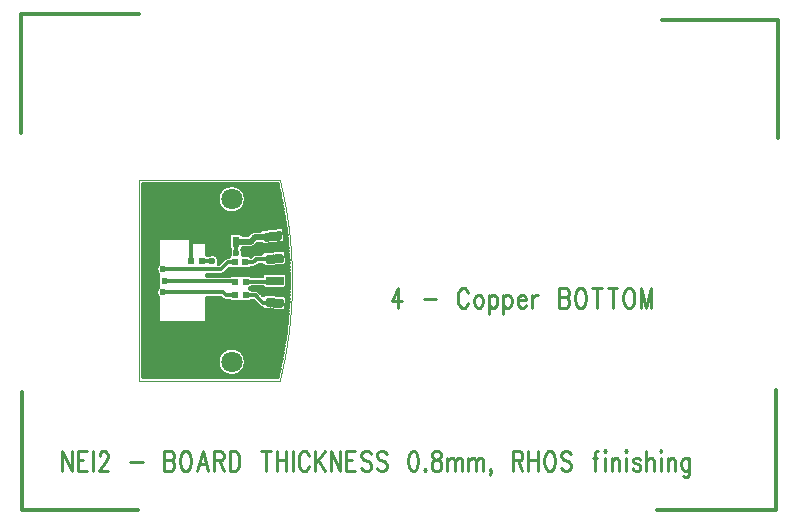
<source format=gbr>
*
*
G04 PADS 9.3 Build Number: 433611 generated Gerber (RS-274-X) file*
G04 PC Version=2.1*
*
%IN "NEI2_2.pcb"*%
*
%MOIN*%
*
%FSLAX35Y35*%
*
*
*
*
G04 PC Standard Apertures*
*
*
G04 Thermal Relief Aperture macro.*
%AMTER*
1,1,$1,0,0*
1,0,$1-$2,0,0*
21,0,$3,$4,0,0,45*
21,0,$3,$4,0,0,135*
%
*
*
G04 Annular Aperture macro.*
%AMANN*
1,1,$1,0,0*
1,0,$2,0,0*
%
*
*
G04 Odd Aperture macro.*
%AMODD*
1,1,$1,0,0*
1,0,$1-0.005,0,0*
%
*
*
G04 PC Custom Aperture Macros*
*
*
*
*
*
*
G04 PC Aperture Table*
*
%ADD010C,0.00394*%
%ADD016C,0.01*%
%ADD019R,0.06X0.03*%
%ADD028C,0.001*%
%ADD037C,0.01181*%
%ADD045C,0.012*%
%ADD046C,0.01969*%
%ADD047C,0.02362*%
%ADD061C,0.07087*%
%ADD062R,0.02165X0.02165*%
%ADD065R,0.024X0.035*%
*
*
*
*
G04 PC Circuitry*
G04 Layer Name NEI2_2.pcb - circuitry*
%LPD*%
*
*
G04 PC Custom Flashes*
G04 Layer Name NEI2_2.pcb - flashes*
%LPD*%
*
*
G04 PC Circuitry*
G04 Layer Name NEI2_2.pcb - circuitry*
%LPD*%
*
G54D10*
G01X40157Y110433D02*
X87125D01*
X87111Y43450D02*
G75*
G03Y110487I-135443J33519D01*
G01X87125Y43504D02*
X40157D01*
Y110433*
G54D16*
X82598Y83257D02*
X87591Y83518D01*
X87486Y85516*
X82493Y85254*
X82598Y83257*
X82560Y83969D02*
X87567D01*
X82508Y84969D02*
X87515D01*
X82504Y85047D02*
Y85255D01*
X83504Y83304D02*
Y85307D01*
X84504Y83357D02*
Y85359D01*
X85504Y83409D02*
Y85412D01*
X86504Y83461D02*
Y85464D01*
X87504Y83514D02*
Y85178D01*
X82493Y68683D02*
X87486Y68421D01*
X87591Y70419*
X82598Y70680*
X82493Y68683*
X87486Y68421D02*
X87486D01*
X82532Y69421D02*
X87539D01*
X82584Y70421D02*
X87539D01*
X82504Y68682D02*
Y68890D01*
X83504Y68630D02*
Y70633D01*
X84504Y68578D02*
Y70580D01*
X85504Y68525D02*
Y70528D01*
X86504Y68473D02*
Y70476D01*
X87504Y68759D02*
Y70423D01*
X81869Y61420D02*
X86842Y60898D01*
X87051Y62887*
X82078Y63409*
X81869Y61420*
X86842Y60898D02*
X86842D01*
X81919Y61898D02*
X86947D01*
X82024Y62898D02*
X86946D01*
X82504Y61354D02*
Y63365D01*
X83504Y61248D02*
Y63259D01*
X84504Y61143D02*
Y63154D01*
X85504Y61038D02*
Y63049D01*
X86504Y60933D02*
Y62944D01*
X82078Y90528D02*
X87051Y91050D01*
X86842Y93039*
X81869Y92517*
X82078Y90528*
X82032Y90969D02*
X86272D01*
X81927Y91969D02*
X86954D01*
X86167Y92969D02*
X86849D01*
X82504Y90572D02*
Y92584D01*
X83504Y90678D02*
Y92689D01*
X84504Y90783D02*
Y92794D01*
X85504Y90888D02*
Y92899D01*
X86504Y90993D02*
Y93004D01*
X126485Y74476D02*
X124213Y70101D01*
X127622*
X126485Y74476D02*
Y67913D01*
X134894Y70726D02*
X138985D01*
X149667Y72913D02*
X149440Y73538D01*
X148985Y74163*
X148531Y74476*
X147622*
X147167Y74163*
X146713Y73538*
X146485Y72913*
X146258Y71976*
Y70413*
X146485Y69476*
X146713Y68851*
X147167Y68226*
X147622Y67913*
X148531*
X148985Y68226*
X149440Y68851*
X149667Y69476*
X152849Y72288D02*
X152394Y71976D01*
X151940Y71351*
X151713Y70413*
Y69788*
X151940Y68851*
X152394Y68226*
X152849Y67913*
X153531*
X153985Y68226*
X154440Y68851*
X154667Y69788*
Y70413*
X154440Y71351*
X153985Y71976*
X153531Y72288*
X152849*
X156713D02*
Y65726D01*
Y71351D02*
X157167Y71976D01*
X157622Y72288*
X158304*
X158758Y71976*
X159213Y71351*
X159440Y70413*
Y69788*
X159213Y68851*
X158758Y68226*
X158304Y67913*
X157622*
X157167Y68226*
X156713Y68851*
X161485Y72288D02*
Y65726D01*
Y71351D02*
X161940Y71976D01*
X162394Y72288*
X163076*
X163531Y71976*
X163985Y71351*
X164213Y70413*
Y69788*
X163985Y68851*
X163531Y68226*
X163076Y67913*
X162394*
X161940Y68226*
X161485Y68851*
X166258Y70413D02*
X168985D01*
Y71038*
X168758Y71663*
X168531Y71976*
X168076Y72288*
X167394*
X166940Y71976*
X166485Y71351*
X166258Y70413*
Y69788*
X166485Y68851*
X166940Y68226*
X167394Y67913*
X168076*
X168531Y68226*
X168985Y68851*
X171031Y72288D02*
Y67913D01*
Y70413D02*
X171258Y71351D01*
X171713Y71976*
X172167Y72288*
X172849*
X180122Y74476D02*
Y67913D01*
Y74476D02*
X182167D01*
X182849Y74163*
X183076Y73851*
X183304Y73226*
Y72601*
X183076Y71976*
X182849Y71663*
X182167Y71351*
X180122D02*
X182167D01*
X182849Y71038*
X183076Y70726*
X183304Y70101*
Y69163*
X183076Y68538*
X182849Y68226*
X182167Y67913*
X180122*
X186713Y74476D02*
X186258Y74163D01*
X185804Y73538*
X185576Y72913*
X185349Y71976*
Y70413*
X185576Y69476*
X185804Y68851*
X186258Y68226*
X186713Y67913*
X187622*
X188076Y68226*
X188531Y68851*
X188758Y69476*
X188985Y70413*
Y71976*
X188758Y72913*
X188531Y73538*
X188076Y74163*
X187622Y74476*
X186713*
X192622D02*
Y67913D01*
X191031Y74476D02*
X194213D01*
X197849D02*
Y67913D01*
X196258Y74476D02*
X199440D01*
X202849D02*
X202394Y74163D01*
X201940Y73538*
X201713Y72913*
X201485Y71976*
Y70413*
X201713Y69476*
X201940Y68851*
X202394Y68226*
X202849Y67913*
X203758*
X204213Y68226*
X204667Y68851*
X204894Y69476*
X205122Y70413*
Y71976*
X204894Y72913*
X204667Y73538*
X204213Y74163*
X203758Y74476*
X202849*
X207167D02*
Y67913D01*
Y74476D02*
X208985Y67913D01*
X210804Y74476D02*
X208985Y67913D01*
X210804Y74476D02*
Y67913D01*
X14370Y20145D02*
Y13583D01*
Y20145D02*
X17552Y13583D01*
Y20145D02*
Y13583D01*
X19597Y20145D02*
Y13583D01*
Y20145D02*
X22552D01*
X19597Y17020D02*
X21416D01*
X19597Y13583D02*
X22552D01*
X24597Y20145D02*
Y13583D01*
X26870Y18583D02*
Y18895D01*
X27097Y19520*
X27325Y19833*
X27779Y20145*
X28688*
X29143Y19833*
X29370Y19520*
X29597Y18895*
Y18270*
X29370Y17645*
X28916Y16708*
X26643Y13583*
X29825*
X37097Y16395D02*
X41188D01*
X48461Y20145D02*
Y13583D01*
Y20145D02*
X50506D01*
X51188Y19833*
X51416Y19520*
X51643Y18895*
Y18270*
X51416Y17645*
X51188Y17333*
X50506Y17020*
X48461D02*
X50506D01*
X51188Y16708*
X51416Y16395*
X51643Y15770*
Y14833*
X51416Y14208*
X51188Y13895*
X50506Y13583*
X48461*
X55052Y20145D02*
X54597Y19833D01*
X54143Y19208*
X53916Y18583*
X53688Y17645*
Y16083*
X53916Y15145*
X54143Y14520*
X54597Y13895*
X55052Y13583*
X55961*
X56416Y13895*
X56870Y14520*
X57097Y15145*
X57325Y16083*
Y17645*
X57097Y18583*
X56870Y19208*
X56416Y19833*
X55961Y20145*
X55052*
X61188D02*
X59370Y13583D01*
X61188Y20145D02*
X63006Y13583D01*
X60052Y15770D02*
X62325D01*
X65052Y20145D02*
Y13583D01*
Y20145D02*
X67097D01*
X67779Y19833*
X68006Y19520*
X68234Y18895*
Y18270*
X68006Y17645*
X67779Y17333*
X67097Y17020*
X65052*
X66643D02*
X68234Y13583D01*
X70279Y20145D02*
Y13583D01*
Y20145D02*
X71870D01*
X72552Y19833*
X73006Y19208*
X73234Y18583*
X73461Y17645*
Y16083*
X73234Y15145*
X73006Y14520*
X72552Y13895*
X71870Y13583*
X70279*
X82325Y20145D02*
Y13583D01*
X80734Y20145D02*
X83916D01*
X85961D02*
Y13583D01*
X89143Y20145D02*
Y13583D01*
X85961Y17020D02*
X89143D01*
X91188Y20145D02*
Y13583D01*
X96643Y18583D02*
X96416Y19208D01*
X95961Y19833*
X95506Y20145*
X94597*
X94143Y19833*
X93688Y19208*
X93461Y18583*
X93234Y17645*
Y16083*
X93461Y15145*
X93688Y14520*
X94143Y13895*
X94597Y13583*
X95506*
X95961Y13895*
X96416Y14520*
X96643Y15145*
X98688Y20145D02*
Y13583D01*
X101870Y20145D02*
X98688Y15770D01*
X99825Y17333D02*
X101870Y13583D01*
X103916Y20145D02*
Y13583D01*
Y20145D02*
X107097Y13583D01*
Y20145D02*
Y13583D01*
X109143Y20145D02*
Y13583D01*
Y20145D02*
X112097D01*
X109143Y17020D02*
X110961D01*
X109143Y13583D02*
X112097D01*
X117325Y19208D02*
X116870Y19833D01*
X116188Y20145*
X115279*
X114597Y19833*
X114143Y19208*
Y18583*
X114370Y17958*
X114597Y17645*
X115052Y17333*
X116416Y16708*
X116870Y16395*
X117097Y16083*
X117325Y15458*
Y14520*
X116870Y13895*
X116188Y13583*
X115279*
X114597Y13895*
X114143Y14520*
X122552Y19208D02*
X122097Y19833D01*
X121416Y20145*
X120506*
X119825Y19833*
X119370Y19208*
Y18583*
X119597Y17958*
X119825Y17645*
X120279Y17333*
X121643Y16708*
X122097Y16395*
X122325Y16083*
X122552Y15458*
Y14520*
X122097Y13895*
X121416Y13583*
X120506*
X119825Y13895*
X119370Y14520*
X131188Y20145D02*
X130506Y19833D01*
X130052Y18895*
X129825Y17333*
Y16395*
X130052Y14833*
X130506Y13895*
X131188Y13583*
X131643*
X132325Y13895*
X132779Y14833*
X133006Y16395*
Y17333*
X132779Y18895*
X132325Y19833*
X131643Y20145*
X131188*
X135279Y14208D02*
X135052Y13895D01*
X135279Y13583*
X135506Y13895*
X135279Y14208*
X138688Y20145D02*
X138006Y19833D01*
X137779Y19208*
Y18583*
X138006Y17958*
X138461Y17645*
X139370Y17333*
X140052Y17020*
X140506Y16395*
X140734Y15770*
Y14833*
X140506Y14208*
X140279Y13895*
X139597Y13583*
X138688*
X138006Y13895*
X137779Y14208*
X137552Y14833*
Y15770*
X137779Y16395*
X138234Y17020*
X138916Y17333*
X139825Y17645*
X140279Y17958*
X140506Y18583*
Y19208*
X140279Y19833*
X139597Y20145*
X138688*
X142779Y17958D02*
Y13583D01*
Y16708D02*
X143461Y17645D01*
X143916Y17958*
X144597*
X145052Y17645*
X145279Y16708*
Y13583*
Y16708D02*
X145961Y17645D01*
X146416Y17958*
X147097*
X147552Y17645*
X147779Y16708*
Y13583*
X149825Y17958D02*
Y13583D01*
Y16708D02*
X150506Y17645D01*
X150961Y17958*
X151643*
X152097Y17645*
X152325Y16708*
Y13583*
Y16708D02*
X153006Y17645D01*
X153461Y17958*
X154143*
X154597Y17645*
X154825Y16708*
Y13583*
X157325Y13895D02*
X157097Y13583D01*
X156870Y13895*
X157097Y14208*
X157325Y13895*
Y13270*
X157097Y12645*
X156870Y12333*
X164597Y20145D02*
Y13583D01*
Y20145D02*
X166643D01*
X167325Y19833*
X167552Y19520*
X167779Y18895*
Y18270*
X167552Y17645*
X167325Y17333*
X166643Y17020*
X164597*
X166188D02*
X167779Y13583D01*
X169825Y20145D02*
Y13583D01*
X173006Y20145D02*
Y13583D01*
X169825Y17020D02*
X173006D01*
X176416Y20145D02*
X175961Y19833D01*
X175506Y19208*
X175279Y18583*
X175052Y17645*
Y16083*
X175279Y15145*
X175506Y14520*
X175961Y13895*
X176416Y13583*
X177325*
X177779Y13895*
X178234Y14520*
X178461Y15145*
X178688Y16083*
Y17645*
X178461Y18583*
X178234Y19208*
X177779Y19833*
X177325Y20145*
X176416*
X183916Y19208D02*
X183461Y19833D01*
X182779Y20145*
X181870*
X181188Y19833*
X180734Y19208*
Y18583*
X180961Y17958*
X181188Y17645*
X181643Y17333*
X183006Y16708*
X183461Y16395*
X183688Y16083*
X183916Y15458*
Y14520*
X183461Y13895*
X182779Y13583*
X181870*
X181188Y13895*
X180734Y14520*
X193006Y20145D02*
X192552D01*
X192097Y19833*
X191870Y18895*
Y13583*
X191188Y17958D02*
X192779D01*
X195052Y20145D02*
X195279Y19833D01*
X195506Y20145*
X195279Y20458*
X195052Y20145*
X195279Y17958D02*
Y13583D01*
X197552Y17958D02*
Y13583D01*
Y16708D02*
X198234Y17645D01*
X198688Y17958*
X199370*
X199825Y17645*
X200052Y16708*
Y13583*
X202097Y20145D02*
X202325Y19833D01*
X202552Y20145*
X202325Y20458*
X202097Y20145*
X202325Y17958D02*
Y13583D01*
X207097Y17020D02*
X206870Y17645D01*
X206188Y17958*
X205506*
X204825Y17645*
X204597Y17020*
X204825Y16395*
X205279Y16083*
X206416Y15770*
X206870Y15458*
X207097Y14833*
Y14520*
X206870Y13895*
X206188Y13583*
X205506*
X204825Y13895*
X204597Y14520*
X209143Y20145D02*
Y13583D01*
Y16708D02*
X209825Y17645D01*
X210279Y17958*
X210961*
X211416Y17645*
X211643Y16708*
Y13583*
X213688Y20145D02*
X213916Y19833D01*
X214143Y20145*
X213916Y20458*
X213688Y20145*
X213916Y17958D02*
Y13583D01*
X216188Y17958D02*
Y13583D01*
Y16708D02*
X216870Y17645D01*
X217325Y17958*
X218006*
X218461Y17645*
X218688Y16708*
Y13583*
X223461Y17958D02*
Y12958D01*
X223234Y12020*
X223006Y11708*
X222552Y11395*
X221870*
X221416Y11708*
X223461Y17020D02*
X223006Y17645D01*
X222552Y17958*
X221870*
X221416Y17645*
X220961Y17020*
X220734Y16083*
Y15458*
X220961Y14520*
X221416Y13895*
X221870Y13583*
X222552*
X223006Y13895*
X223461Y14520*
G54D19*
X85236Y76969D03*
G54D28*
G54D37*
X75628Y49891D02*
G03X75628I-4734J0D01*
G01Y104046D02*
G03X75628I-4734J0D01*
G01X86189Y44695D02*
G03Y109242I-134521J32274D01*
G01X86189D02*
X41348D01*
X41348D02*
Y44695D01*
X86189*
X75628Y49891D02*
G03X75628I-4734J0D01*
G01X89427Y78469D02*
Y75469D01*
X88236Y74278D02*
G03X89427Y75469I0J1191D01*
G01X88236Y74278D02*
X82236D01*
X81262Y74784D02*
G03X82236Y74278I974J685D01*
G01X81262Y74784D02*
X77630D01*
X76823Y74311D02*
G03X77630Y74784I-150J1181D01*
G01Y73838D02*
G03X76823Y74311I-957J-708D01*
G01X77630Y73838D02*
X78859D01*
X80125Y73313D02*
G03X78859Y73838I-1266J-1266D01*
G01X80125Y73313D02*
X81050Y72389D01*
X81288Y72095D02*
G03X81050Y72389I-1504J-972D01*
G01X81288Y72095D02*
X81309Y72073D01*
X82187Y72395D02*
G03X81309Y72073I-62J-1189D01*
G01X82187Y72395D02*
X88179Y72081D01*
X89305Y70829D02*
G03X88179Y72081I-1189J63D01*
G01X89305Y70829D02*
X89148Y67834D01*
X87897Y66707D02*
G03X89148Y67834I62J1189D01*
G01X87897Y66707D02*
X81905Y67021D01*
X80843Y67819D02*
G03X81905Y67021I1125J391D01*
G01X80033Y68285D02*
G03X80843Y67819I1266J1266D01*
G01X80033Y68285D02*
X78518Y69800D01*
X78280Y70094D02*
G03X78518Y69800I1504J972D01*
G01X78280Y70094D02*
X78117Y70257D01*
X78117D02*
X77630D01*
X76673Y69774D02*
G03X77630Y70257I0J1191D01*
G01X76673Y69774D02*
X74508D01*
X73819Y69994D02*
G03X74508Y69774I689J971D01*
G01X73130D02*
G03X73819Y69994I-0J1191D01*
G01X73130Y69774D02*
X70965D01*
X69974Y70305D02*
G03X70965Y69774I991J660D01*
G01X69974Y70305D02*
X68862D01*
X67596Y70829D02*
G03X68862Y70305I1266J1266D01*
G01X67596Y70829D02*
X67184Y71241D01*
X62598*
Y63386*
X62008Y62795D02*
G03X62598Y63386I-0J591D01*
G01X62008Y62795D02*
X47047D01*
X46457Y63386D02*
G03X47047Y62795I590J-0D01*
G01X46457Y63386D02*
Y71258D01*
Y74805D02*
G03Y71258I1574J-1774D01*
G01Y74805D02*
Y76560D01*
Y76983D02*
G03Y76560I2362J-211D01*
G01Y76983D02*
Y78935D01*
Y82482D02*
G03Y78935I1574J-1773D01*
G01Y82482D02*
Y90551D01*
X47047Y91142D02*
G03X46457Y90551I0J-591D01*
G01X47047Y91142D02*
X62008D01*
X62598Y90551D02*
G03X62008Y91142I-590J0D01*
G01X62598Y90551D02*
Y85631D01*
X62963Y85374D02*
G03X62598Y85631I-857J-827D01*
G01X66536Y82499D02*
G03X62963Y85374I-2166J966D01*
G01X66536Y82499D02*
X66581D01*
X68419Y84337*
X69685Y84861D02*
G03X68419Y84337I0J-1790D01*
G01X69685Y84861D02*
X69810D01*
X70214Y85208D02*
G03X69810Y84861I554J-1054D01*
G01X70401Y87234D02*
G03X70214Y85208I2040J-1210D01*
G01X69891Y88211D02*
G03X70401Y87234I1191J-0D01*
G01X69891Y88211D02*
Y91711D01*
X71082Y92901D02*
G03X69891Y91711I-0J-1190D01*
G01X71082Y92901D02*
X73482D01*
X74594Y92135D02*
G03X73482Y92901I-1112J-424D01*
G01X74594Y92135D02*
X76265D01*
X77005Y92876*
X78543Y93513D02*
G03X77005Y92876I0J-2174D01*
G01X78543Y93513D02*
X80264D01*
X81195Y94146D02*
G03X80264Y93513I124J-1184D01*
G01X81195Y94146D02*
X87162Y94773D01*
X88471Y93713D02*
G03X87162Y94773I-1184J-124D01*
G01X88471Y93713D02*
X88784Y90730D01*
X87725Y89421D02*
G03X88784Y90730I-125J1184D01*
G01X87725Y89421D02*
X81757Y88794D01*
X80765Y89164D02*
G03X81757Y88794I868J814D01*
G01X80765Y89164D02*
X79444D01*
X78703Y88423*
X77165Y87786D02*
G03X78703Y88423I0J2175D01*
G01X77165Y87786D02*
X74594D01*
X74364Y87411D02*
G03X74594Y87786I-882J800D01*
G01X74713Y85344D02*
G03X74364Y87411I-2272J680D01*
G01X74713Y85344D02*
X76476D01*
X77405Y84899D02*
G03X76476Y85344I-929J-745D01*
G01X78984Y85846D02*
G03X77405Y84899I0J-1791D01*
G01X78984Y85846D02*
X80783D01*
X81905Y86916D02*
G03X80783Y85846I63J-1189D01*
G01X81905Y86916D02*
X87897Y87230D01*
X89148Y86103D02*
G03X87897Y87230I-1189J-62D01*
G01X89148Y86103D02*
X89305Y83108D01*
X88179Y81856D02*
G03X89305Y83108I-63J1189D01*
G01X88179Y81856D02*
X82187Y81542D01*
X81029Y82265D02*
G03X82187Y81542I1096J466D01*
G01X81029Y82265D02*
X79876D01*
X79416Y81805*
X78150Y81280D02*
G03X79416Y81805I-0J1791D01*
G01X78150Y81280D02*
X77434D01*
X76476Y80798D02*
G03X77434Y81280I0J1190D01*
G01X76476Y80798D02*
X74311D01*
X73622Y81017D02*
G03X74311Y80798I689J971D01*
G01X72933D02*
G03X73622Y81017I0J1190D01*
G01X72933Y80798D02*
X70768D01*
X70130Y80983D02*
G03X70768Y80798I638J1005D01*
G01X70130Y80983D02*
X68589Y79443D01*
X67323Y78918D02*
G03X68589Y79443I-0J1791D01*
G01X67323Y78918D02*
X62598D01*
Y78562*
X70191*
X70965Y78848D02*
G03X70191Y78562I-0J-1191D01*
G01X70965Y78848D02*
X73130D01*
X73819Y78628D02*
G03X73130Y78848I-689J-971D01*
G01X74508D02*
G03X73819Y78628I-0J-1191D01*
G01X74508Y78848D02*
X76673D01*
X77630Y78365D02*
G03X76673Y78848I-957J-708D01*
G01X77630Y78365D02*
X81046D01*
Y78469*
X82236Y79659D02*
G03X81046Y78469I0J-1190D01*
G01X82236Y79659D02*
X88236D01*
X89427Y78469D02*
G03X88236Y79659I-1191J-0D01*
G01X75628Y104046D02*
G03X75628I-4734J0D01*
G01X89427Y77361D02*
X90006D01*
X89427Y76298D02*
X90005D01*
X89427Y78424D02*
X89999D01*
X89404Y75235D02*
X89996D01*
X88853Y79487D02*
X89984D01*
X77249Y74172D02*
X89978D01*
X69696Y80550D02*
X89960D01*
X80330Y73109D02*
X89953D01*
X83533Y81613D02*
X89929D01*
X88408Y72046D02*
X89919D01*
X89248Y82676D02*
X89889D01*
X89303Y70983D02*
X89877D01*
X89272Y83739D02*
X89841D01*
X89258Y69920D02*
X89827D01*
X89217Y84802D02*
X89785D01*
X89202Y68857D02*
X89769D01*
X89161Y85865D02*
X89720D01*
X89146Y67794D02*
X89702D01*
X88754Y86928D02*
X89648D01*
X88205Y66731D02*
X89627D01*
X78087Y87991D02*
X89567D01*
X62598Y65668D02*
X89544D01*
X84228Y89054D02*
X89478D01*
X62598Y64605D02*
X89453D01*
X88686Y90117D02*
X89380D01*
X62598Y63542D02*
X89354D01*
X88737Y91180D02*
X89275D01*
X41348Y62479D02*
X89246D01*
X88625Y92243D02*
X89161D01*
X41348Y61416D02*
X89130D01*
X88513Y93306D02*
X89039D01*
X41348Y60353D02*
X89005D01*
X88186Y94369D02*
X88908D01*
X41348Y59290D02*
X88872D01*
X41348Y95432D02*
X88769D01*
X41348Y58227D02*
X88731D01*
X41348Y96495D02*
X88622D01*
X41348Y57164D02*
X88582D01*
X41348Y97558D02*
X88466D01*
X41348Y56101D02*
X88424D01*
X41348Y98621D02*
X88302D01*
X41348Y55038D02*
X88257D01*
X72732Y99684D02*
X88129D01*
X73288Y53975D02*
X88082D01*
X74289Y100747D02*
X87948D01*
X74539Y52912D02*
X87899D01*
X75066Y101810D02*
X87758D01*
X75204Y51849D02*
X87707D01*
X75480Y102873D02*
X87560D01*
X75543Y50786D02*
X87506D01*
X62598Y66731D02*
X87438D01*
X75627Y103936D02*
X87353D01*
X75625Y49723D02*
X87297D01*
X75531Y104999D02*
X87137D01*
X75465Y48660D02*
X87079D01*
X75178Y106062D02*
X86913D01*
X75035Y47597D02*
X86853D01*
X74490Y107125D02*
X86680D01*
X74232Y46534D02*
X86617D01*
X73187Y108188D02*
X86438D01*
X72590Y45471D02*
X86373D01*
X41348Y94369D02*
X83316D01*
X74633Y86928D02*
X82129D01*
X79189Y81613D02*
X81716D01*
X68633Y79487D02*
X81619D01*
X77584Y78424D02*
X81046D01*
X79334Y89054D02*
X80883D01*
X62598Y67794D02*
X80852D01*
X74807Y85865D02*
X80785D01*
X62598Y68857D02*
X79461D01*
X77244Y69920D02*
X78408D01*
X41348Y93306D02*
X77616D01*
X74547Y92243D02*
X76372D01*
X73701Y69920D02*
X73937D01*
X62598D02*
X70393D01*
X62598Y86928D02*
X70248D01*
X62598Y85865D02*
X70075D01*
X41348Y92243D02*
X70017D01*
X62598Y87991D02*
X69912D01*
X41348Y91180D02*
X69891D01*
X62598Y90117D02*
X69891D01*
X62598Y89054D02*
X69891D01*
X66329Y84802D02*
X69227D01*
X41348Y45471D02*
X69198D01*
X41348Y99684D02*
X69056D01*
X41348Y108188D02*
X68601D01*
X41348Y53975D02*
X68501D01*
X66726Y83739D02*
X67821D01*
X41348Y46534D02*
X67556D01*
X41348Y100747D02*
X67500D01*
X62598Y70983D02*
X67442D01*
X41348Y107125D02*
X67298D01*
X41348Y52912D02*
X67250D01*
X66607Y82676D02*
X66758D01*
X41348Y47597D02*
X66753D01*
X41348Y101810D02*
X66722D01*
X41348Y106062D02*
X66611D01*
X41348Y51849D02*
X66584D01*
X41348Y48660D02*
X66323D01*
X41348Y102873D02*
X66308D01*
X41348Y104999D02*
X66257D01*
X41348Y50786D02*
X66246D01*
X41348Y49723D02*
X66163D01*
X41348Y103936D02*
X66162D01*
X41348Y90117D02*
X46457D01*
X41348Y89054D02*
X46457D01*
X41348Y87991D02*
X46457D01*
X41348Y86928D02*
X46457D01*
X41348Y85865D02*
X46457D01*
X41348Y84802D02*
X46457D01*
X41348Y83739D02*
X46457D01*
X41348Y82676D02*
X46457D01*
X41348Y78424D02*
X46457D01*
X41348Y77361D02*
X46457D01*
X41348Y76298D02*
X46457D01*
X41348Y75235D02*
X46457D01*
X41348Y70983D02*
X46457D01*
X41348Y69920D02*
X46457D01*
X41348Y68857D02*
X46457D01*
X41348Y67794D02*
X46457D01*
X41348Y66731D02*
X46457D01*
X41348Y65668D02*
X46457D01*
X41348Y64605D02*
X46457D01*
X41348Y63542D02*
X46457D01*
X41348Y79487D02*
X45999D01*
X41348Y74172D02*
X45952D01*
X41348Y72046D02*
X45874D01*
X41348Y81613D02*
X45839D01*
X41348Y80550D02*
X45665D01*
X41348Y73109D02*
X45661D01*
X591Y126181D02*
Y165551D01*
Y165945D02*
X39961D01*
X214370Y163976D02*
X252953D01*
Y124606*
X984Y39961D02*
Y591D01*
X39567*
X252165Y40354D02*
Y591D01*
X212795*
G54D45*
X72047Y72047D02*
X71999Y72095D01*
X68862*
X67926Y73031*
X48031*
X85042Y69551D02*
X81299D01*
X79784Y71066*
Y71123*
X79784D02*
X78859Y72047D01*
X75591*
X48031Y80709D02*
X67323D01*
X69685Y83071*
X71850*
X75591Y76575D02*
X84843D01*
X85236Y76969*
X72047Y76575D02*
X71850Y76772D01*
X48819*
X75394Y83071D02*
X78150D01*
X78984Y83906*
Y84055*
X84711*
X85042Y84386*
X57480Y87795D02*
Y89961D01*
X67482*
X57480Y87795D02*
Y96260D01*
X57677*
X57480Y83465D02*
Y87795D01*
X61024Y83465D02*
X64370D01*
X72441Y86024D02*
X72282Y86183D01*
Y89961*
G54D46*
X77165D01*
X78543Y91339*
X84015*
X84460Y91784*
G54D47*
X54134Y49409D03*
X77953Y61220D03*
X48031Y73031D03*
X77953Y65157D03*
X48031Y80709D03*
X48819Y76772D03*
X64370Y83465D03*
X72441Y86024D03*
X57677Y96260D03*
X84252Y101969D03*
G54D61*
X70894Y104046D03*
Y49891D03*
G54D62*
X61024Y83465D03*
X57480D03*
X71850Y83071D03*
X75394D03*
X72047Y76575D03*
X75591D03*
X72047Y72047D03*
X75591D03*
G54D65*
X72282Y89961D03*
X67482D03*
G74*
X0Y0D02*
M02*

</source>
